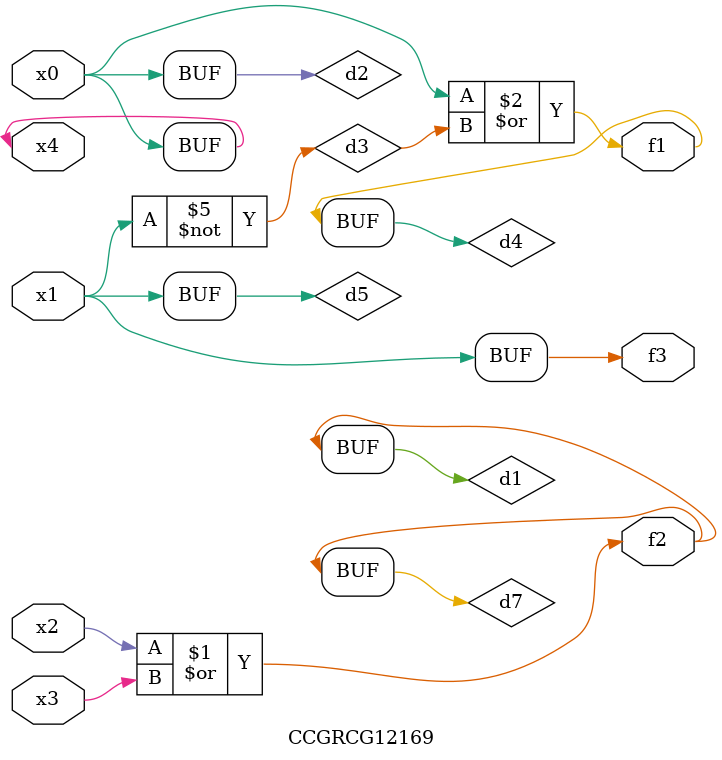
<source format=v>
module CCGRCG12169(
	input x0, x1, x2, x3, x4,
	output f1, f2, f3
);

	wire d1, d2, d3, d4, d5, d6, d7;

	or (d1, x2, x3);
	buf (d2, x0, x4);
	not (d3, x1);
	or (d4, d2, d3);
	not (d5, d3);
	nand (d6, d1, d3);
	or (d7, d1);
	assign f1 = d4;
	assign f2 = d7;
	assign f3 = d5;
endmodule

</source>
